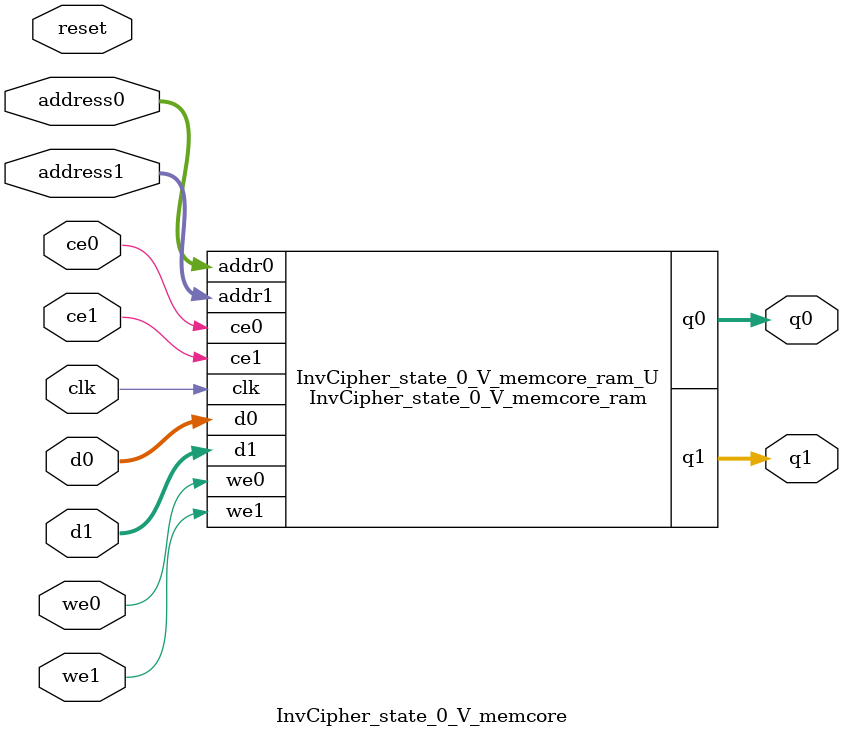
<source format=v>
`timescale 1 ns / 1 ps
module InvCipher_state_0_V_memcore_ram (addr0, ce0, d0, we0, q0, addr1, ce1, d1, we1, q1,  clk);

parameter DWIDTH = 8;
parameter AWIDTH = 5;
parameter MEM_SIZE = 32;

input[AWIDTH-1:0] addr0;
input ce0;
input[DWIDTH-1:0] d0;
input we0;
output reg[DWIDTH-1:0] q0;
input[AWIDTH-1:0] addr1;
input ce1;
input[DWIDTH-1:0] d1;
input we1;
output reg[DWIDTH-1:0] q1;
input clk;

(* ram_style = "distributed" *)reg [DWIDTH-1:0] ram[0:MEM_SIZE-1];




always @(posedge clk)  
begin 
    if (ce0) 
    begin
        if (we0) 
        begin 
            ram[addr0] <= d0; 
        end 
        q0 <= ram[addr0];
    end
end


always @(posedge clk)  
begin 
    if (ce1) 
    begin
        if (we1) 
        begin 
            ram[addr1] <= d1; 
        end 
        q1 <= ram[addr1];
    end
end


endmodule

`timescale 1 ns / 1 ps
module InvCipher_state_0_V_memcore(
    reset,
    clk,
    address0,
    ce0,
    we0,
    d0,
    q0,
    address1,
    ce1,
    we1,
    d1,
    q1);

parameter DataWidth = 32'd8;
parameter AddressRange = 32'd32;
parameter AddressWidth = 32'd5;
input reset;
input clk;
input[AddressWidth - 1:0] address0;
input ce0;
input we0;
input[DataWidth - 1:0] d0;
output[DataWidth - 1:0] q0;
input[AddressWidth - 1:0] address1;
input ce1;
input we1;
input[DataWidth - 1:0] d1;
output[DataWidth - 1:0] q1;



InvCipher_state_0_V_memcore_ram InvCipher_state_0_V_memcore_ram_U(
    .clk( clk ),
    .addr0( address0 ),
    .ce0( ce0 ),
    .we0( we0 ),
    .d0( d0 ),
    .q0( q0 ),
    .addr1( address1 ),
    .ce1( ce1 ),
    .we1( we1 ),
    .d1( d1 ),
    .q1( q1 ));

endmodule


</source>
